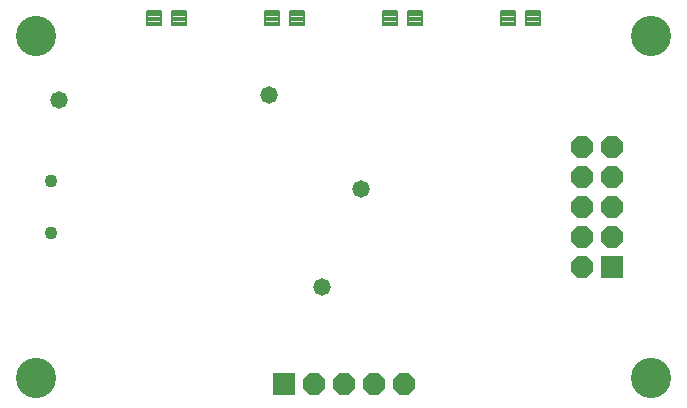
<source format=gbs>
G75*
G70*
%OFA0B0*%
%FSLAX24Y24*%
%IPPOS*%
%LPD*%
%AMOC8*
5,1,8,0,0,1.08239X$1,22.5*
%
%ADD10C,0.0083*%
%ADD11C,0.0434*%
%ADD12R,0.0720X0.0720*%
%ADD13OC8,0.0720*%
%ADD14C,0.1340*%
%ADD15C,0.0580*%
D10*
X010121Y017964D02*
X010121Y018434D01*
X010121Y017964D02*
X009651Y017964D01*
X009651Y018434D01*
X010121Y018434D01*
X010121Y018046D02*
X009651Y018046D01*
X009651Y018128D02*
X010121Y018128D01*
X010121Y018210D02*
X009651Y018210D01*
X009651Y018292D02*
X010121Y018292D01*
X010121Y018374D02*
X009651Y018374D01*
X010948Y018434D02*
X010948Y017964D01*
X010478Y017964D01*
X010478Y018434D01*
X010948Y018434D01*
X010948Y018046D02*
X010478Y018046D01*
X010478Y018128D02*
X010948Y018128D01*
X010948Y018210D02*
X010478Y018210D01*
X010478Y018292D02*
X010948Y018292D01*
X010948Y018374D02*
X010478Y018374D01*
X014058Y018434D02*
X014058Y017964D01*
X013588Y017964D01*
X013588Y018434D01*
X014058Y018434D01*
X014058Y018046D02*
X013588Y018046D01*
X013588Y018128D02*
X014058Y018128D01*
X014058Y018210D02*
X013588Y018210D01*
X013588Y018292D02*
X014058Y018292D01*
X014058Y018374D02*
X013588Y018374D01*
X014885Y018434D02*
X014885Y017964D01*
X014415Y017964D01*
X014415Y018434D01*
X014885Y018434D01*
X014885Y018046D02*
X014415Y018046D01*
X014415Y018128D02*
X014885Y018128D01*
X014885Y018210D02*
X014415Y018210D01*
X014415Y018292D02*
X014885Y018292D01*
X014885Y018374D02*
X014415Y018374D01*
X017995Y018434D02*
X017995Y017964D01*
X017525Y017964D01*
X017525Y018434D01*
X017995Y018434D01*
X017995Y018046D02*
X017525Y018046D01*
X017525Y018128D02*
X017995Y018128D01*
X017995Y018210D02*
X017525Y018210D01*
X017525Y018292D02*
X017995Y018292D01*
X017995Y018374D02*
X017525Y018374D01*
X018822Y018434D02*
X018822Y017964D01*
X018352Y017964D01*
X018352Y018434D01*
X018822Y018434D01*
X018822Y018046D02*
X018352Y018046D01*
X018352Y018128D02*
X018822Y018128D01*
X018822Y018210D02*
X018352Y018210D01*
X018352Y018292D02*
X018822Y018292D01*
X018822Y018374D02*
X018352Y018374D01*
X021932Y018434D02*
X021932Y017964D01*
X021462Y017964D01*
X021462Y018434D01*
X021932Y018434D01*
X021932Y018046D02*
X021462Y018046D01*
X021462Y018128D02*
X021932Y018128D01*
X021932Y018210D02*
X021462Y018210D01*
X021462Y018292D02*
X021932Y018292D01*
X021932Y018374D02*
X021462Y018374D01*
X022759Y018434D02*
X022759Y017964D01*
X022289Y017964D01*
X022289Y018434D01*
X022759Y018434D01*
X022759Y018046D02*
X022289Y018046D01*
X022289Y018128D02*
X022759Y018128D01*
X022759Y018210D02*
X022289Y018210D01*
X022289Y018292D02*
X022759Y018292D01*
X022759Y018374D02*
X022289Y018374D01*
D11*
X006461Y012766D03*
X006461Y011033D03*
D12*
X014205Y005994D03*
X025170Y009900D03*
D13*
X024170Y009900D03*
X024170Y010900D03*
X025170Y010900D03*
X025170Y011900D03*
X024170Y011900D03*
X024170Y012900D03*
X025170Y012900D03*
X025170Y013900D03*
X024170Y013900D03*
X018205Y005994D03*
X017205Y005994D03*
X016205Y005994D03*
X015205Y005994D03*
D14*
X005969Y006191D03*
X026442Y006191D03*
X026442Y017608D03*
X005969Y017608D03*
D15*
X006732Y015458D03*
X013707Y015616D03*
X016782Y012483D03*
X015482Y009233D03*
M02*

</source>
